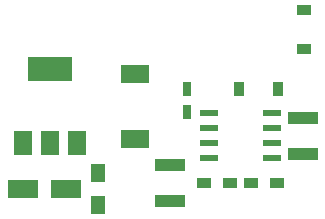
<source format=gbr>
G04 #@! TF.GenerationSoftware,KiCad,Pcbnew,(5.1.5)-3*
G04 #@! TF.CreationDate,2020-11-29T18:58:37+00:00*
G04 #@! TF.ProjectId,Retrospector_Power_Test_LM2675,52657472-6f73-4706-9563-746f725f506f,rev?*
G04 #@! TF.SameCoordinates,Original*
G04 #@! TF.FileFunction,Paste,Top*
G04 #@! TF.FilePolarity,Positive*
%FSLAX46Y46*%
G04 Gerber Fmt 4.6, Leading zero omitted, Abs format (unit mm)*
G04 Created by KiCad (PCBNEW (5.1.5)-3) date 2020-11-29 18:58:37*
%MOMM*%
%LPD*%
G04 APERTURE LIST*
%ADD10R,2.500000X1.000000*%
%ADD11R,1.550000X0.600000*%
%ADD12R,2.400000X1.500000*%
%ADD13R,3.800000X2.000000*%
%ADD14R,1.500000X2.000000*%
%ADD15R,1.200000X0.900000*%
%ADD16R,0.900000X1.200000*%
%ADD17R,0.750000X1.200000*%
%ADD18R,1.300000X1.500000*%
%ADD19R,2.600000X1.600000*%
G04 APERTURE END LIST*
D10*
X99100000Y-69000000D03*
X99100000Y-72000000D03*
X110400000Y-68000000D03*
X110400000Y-65000000D03*
D11*
X102400000Y-64595000D03*
X102400000Y-65865000D03*
X102400000Y-67135000D03*
X102400000Y-68405000D03*
X107800000Y-68405000D03*
X107800000Y-67135000D03*
X107800000Y-65865000D03*
X107800000Y-64595000D03*
D12*
X96200000Y-61250000D03*
X96200000Y-66750000D03*
D13*
X89000000Y-60850000D03*
D14*
X89000000Y-67150000D03*
X91300000Y-67150000D03*
X86700000Y-67150000D03*
D15*
X106000000Y-70500000D03*
X108200000Y-70500000D03*
X102000000Y-70500000D03*
X104200000Y-70500000D03*
D16*
X108250000Y-62500000D03*
X104950000Y-62500000D03*
D17*
X100600000Y-62550000D03*
X100600000Y-64450000D03*
D18*
X93000000Y-72350000D03*
X93000000Y-69650000D03*
D15*
X110500000Y-59150000D03*
X110500000Y-55850000D03*
D19*
X90300000Y-71000000D03*
X86700000Y-71000000D03*
M02*

</source>
